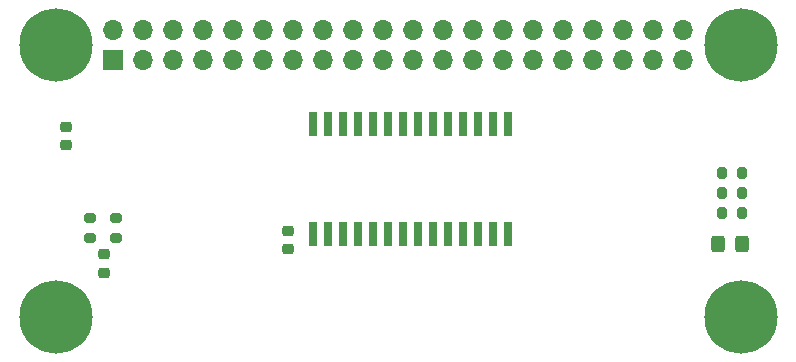
<source format=gbs>
G04 #@! TF.GenerationSoftware,KiCad,Pcbnew,7.0.8*
G04 #@! TF.CreationDate,2023-11-03T14:19:20+02:00*
G04 #@! TF.ProjectId,TinyNumberHat,54696e79-4e75-46d6-9265-724861742e6b,rev?*
G04 #@! TF.SameCoordinates,Original*
G04 #@! TF.FileFunction,Soldermask,Bot*
G04 #@! TF.FilePolarity,Negative*
%FSLAX46Y46*%
G04 Gerber Fmt 4.6, Leading zero omitted, Abs format (unit mm)*
G04 Created by KiCad (PCBNEW 7.0.8) date 2023-11-03 14:19:20*
%MOMM*%
%LPD*%
G01*
G04 APERTURE LIST*
G04 Aperture macros list*
%AMRoundRect*
0 Rectangle with rounded corners*
0 $1 Rounding radius*
0 $2 $3 $4 $5 $6 $7 $8 $9 X,Y pos of 4 corners*
0 Add a 4 corners polygon primitive as box body*
4,1,4,$2,$3,$4,$5,$6,$7,$8,$9,$2,$3,0*
0 Add four circle primitives for the rounded corners*
1,1,$1+$1,$2,$3*
1,1,$1+$1,$4,$5*
1,1,$1+$1,$6,$7*
1,1,$1+$1,$8,$9*
0 Add four rect primitives between the rounded corners*
20,1,$1+$1,$2,$3,$4,$5,0*
20,1,$1+$1,$4,$5,$6,$7,0*
20,1,$1+$1,$6,$7,$8,$9,0*
20,1,$1+$1,$8,$9,$2,$3,0*%
G04 Aperture macros list end*
%ADD10C,6.200000*%
%ADD11R,1.700000X1.700000*%
%ADD12O,1.700000X1.700000*%
%ADD13RoundRect,0.225000X-0.250000X0.225000X-0.250000X-0.225000X0.250000X-0.225000X0.250000X0.225000X0*%
%ADD14RoundRect,0.200000X0.200000X0.275000X-0.200000X0.275000X-0.200000X-0.275000X0.200000X-0.275000X0*%
%ADD15RoundRect,0.225000X0.250000X-0.225000X0.250000X0.225000X-0.250000X0.225000X-0.250000X-0.225000X0*%
%ADD16R,0.650000X2.100000*%
%ADD17RoundRect,0.250000X0.325000X0.450000X-0.325000X0.450000X-0.325000X-0.450000X0.325000X-0.450000X0*%
%ADD18RoundRect,0.200000X-0.275000X0.200000X-0.275000X-0.200000X0.275000X-0.200000X0.275000X0.200000X0*%
G04 APERTURE END LIST*
D10*
X161500000Y-96500000D03*
X103500000Y-73500000D03*
X103500000Y-96500000D03*
X161500000Y-73500000D03*
D11*
X108370000Y-74770000D03*
D12*
X108370000Y-72230000D03*
X110910000Y-74770000D03*
X110910000Y-72230000D03*
X113450000Y-74770000D03*
X113450000Y-72230000D03*
X115990000Y-74770000D03*
X115990000Y-72230000D03*
X118530000Y-74770000D03*
X118530000Y-72230000D03*
X121070000Y-74770000D03*
X121070000Y-72230000D03*
X123610000Y-74770000D03*
X123610000Y-72230000D03*
X126150000Y-74770000D03*
X126150000Y-72230000D03*
X128690000Y-74770000D03*
X128690000Y-72230000D03*
X131230000Y-74770000D03*
X131230000Y-72230000D03*
X133770000Y-74770000D03*
X133770000Y-72230000D03*
X136310000Y-74770000D03*
X136310000Y-72230000D03*
X138850000Y-74770000D03*
X138850000Y-72230000D03*
X141390000Y-74770000D03*
X141390000Y-72230000D03*
X143930000Y-74770000D03*
X143930000Y-72230000D03*
X146470000Y-74770000D03*
X146470000Y-72230000D03*
X149010000Y-74770000D03*
X149010000Y-72230000D03*
X151550000Y-74770000D03*
X151550000Y-72230000D03*
X154090000Y-74770000D03*
X154090000Y-72230000D03*
X156630000Y-74770000D03*
X156630000Y-72230000D03*
D13*
X123200000Y-89225000D03*
X123200000Y-90775000D03*
D14*
X161600000Y-87700000D03*
X159950000Y-87700000D03*
D15*
X104400000Y-81975000D03*
X104400000Y-80425000D03*
D14*
X161600000Y-84300000D03*
X159950000Y-84300000D03*
X161575000Y-86000000D03*
X159925000Y-86000000D03*
D16*
X125290000Y-80200000D03*
X126560000Y-80200000D03*
X127830000Y-80200000D03*
X129100000Y-80200000D03*
X130370000Y-80200000D03*
X131640000Y-80200000D03*
X132910000Y-80200000D03*
X134180000Y-80200000D03*
X135450000Y-80200000D03*
X136720000Y-80200000D03*
X137990000Y-80200000D03*
X139260000Y-80200000D03*
X140530000Y-80200000D03*
X141800000Y-80200000D03*
X141800000Y-89500000D03*
X140530000Y-89500000D03*
X139260000Y-89500000D03*
X137990000Y-89500000D03*
X136720000Y-89500000D03*
X135450000Y-89500000D03*
X134180000Y-89500000D03*
X132910000Y-89500000D03*
X131640000Y-89500000D03*
X130370000Y-89500000D03*
X129100000Y-89500000D03*
X127830000Y-89500000D03*
X126560000Y-89500000D03*
X125290000Y-89500000D03*
D17*
X161625000Y-90300000D03*
X159575000Y-90300000D03*
D13*
X107600000Y-91225000D03*
X107600000Y-92775000D03*
D18*
X108600000Y-88175000D03*
X108600000Y-89825000D03*
X106400000Y-88175000D03*
X106400000Y-89825000D03*
M02*

</source>
